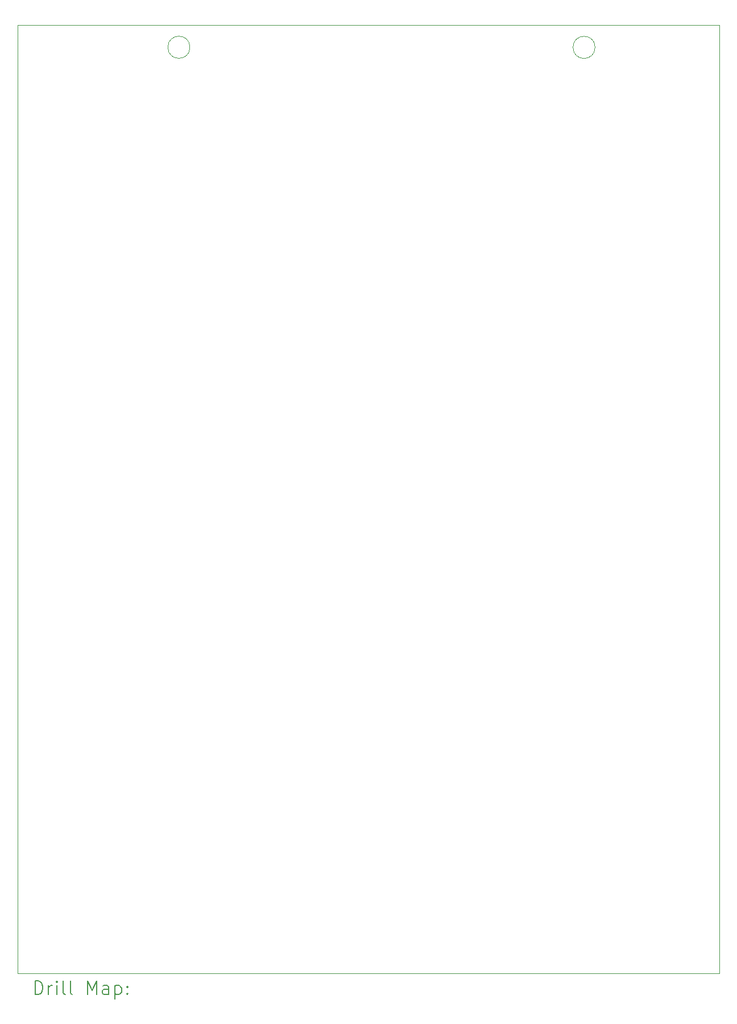
<source format=gbr>
%TF.GenerationSoftware,KiCad,Pcbnew,8.0.4*%
%TF.CreationDate,2024-09-09T17:53:17+02:00*%
%TF.ProjectId,LogicBoard 3GE,4c6f6769-6342-46f6-9172-64203347452e,rev?*%
%TF.SameCoordinates,Original*%
%TF.FileFunction,Drillmap*%
%TF.FilePolarity,Positive*%
%FSLAX45Y45*%
G04 Gerber Fmt 4.5, Leading zero omitted, Abs format (unit mm)*
G04 Created by KiCad (PCBNEW 8.0.4) date 2024-09-09 17:53:17*
%MOMM*%
%LPD*%
G01*
G04 APERTURE LIST*
%ADD10C,0.100000*%
%ADD11C,0.200000*%
G04 APERTURE END LIST*
D10*
X4755000Y-2720000D02*
X15199000Y-2720000D01*
X15199000Y-16827000D01*
X4755000Y-16827000D01*
X4755000Y-2720000D01*
X13348469Y-3055531D02*
G75*
G02*
X13019531Y-3055531I-164469J0D01*
G01*
X13019531Y-3055531D02*
G75*
G02*
X13348469Y-3055531I164469J0D01*
G01*
X7316469Y-3054531D02*
G75*
G02*
X6987531Y-3054531I-164469J0D01*
G01*
X6987531Y-3054531D02*
G75*
G02*
X7316469Y-3054531I164469J0D01*
G01*
D11*
X5010777Y-17143484D02*
X5010777Y-16943484D01*
X5010777Y-16943484D02*
X5058396Y-16943484D01*
X5058396Y-16943484D02*
X5086967Y-16953008D01*
X5086967Y-16953008D02*
X5106015Y-16972055D01*
X5106015Y-16972055D02*
X5115539Y-16991103D01*
X5115539Y-16991103D02*
X5125063Y-17029198D01*
X5125063Y-17029198D02*
X5125063Y-17057770D01*
X5125063Y-17057770D02*
X5115539Y-17095865D01*
X5115539Y-17095865D02*
X5106015Y-17114912D01*
X5106015Y-17114912D02*
X5086967Y-17133960D01*
X5086967Y-17133960D02*
X5058396Y-17143484D01*
X5058396Y-17143484D02*
X5010777Y-17143484D01*
X5210777Y-17143484D02*
X5210777Y-17010150D01*
X5210777Y-17048246D02*
X5220301Y-17029198D01*
X5220301Y-17029198D02*
X5229824Y-17019674D01*
X5229824Y-17019674D02*
X5248872Y-17010150D01*
X5248872Y-17010150D02*
X5267920Y-17010150D01*
X5334586Y-17143484D02*
X5334586Y-17010150D01*
X5334586Y-16943484D02*
X5325063Y-16953008D01*
X5325063Y-16953008D02*
X5334586Y-16962531D01*
X5334586Y-16962531D02*
X5344110Y-16953008D01*
X5344110Y-16953008D02*
X5334586Y-16943484D01*
X5334586Y-16943484D02*
X5334586Y-16962531D01*
X5458396Y-17143484D02*
X5439348Y-17133960D01*
X5439348Y-17133960D02*
X5429824Y-17114912D01*
X5429824Y-17114912D02*
X5429824Y-16943484D01*
X5563158Y-17143484D02*
X5544110Y-17133960D01*
X5544110Y-17133960D02*
X5534586Y-17114912D01*
X5534586Y-17114912D02*
X5534586Y-16943484D01*
X5791729Y-17143484D02*
X5791729Y-16943484D01*
X5791729Y-16943484D02*
X5858396Y-17086341D01*
X5858396Y-17086341D02*
X5925062Y-16943484D01*
X5925062Y-16943484D02*
X5925062Y-17143484D01*
X6106015Y-17143484D02*
X6106015Y-17038722D01*
X6106015Y-17038722D02*
X6096491Y-17019674D01*
X6096491Y-17019674D02*
X6077443Y-17010150D01*
X6077443Y-17010150D02*
X6039348Y-17010150D01*
X6039348Y-17010150D02*
X6020301Y-17019674D01*
X6106015Y-17133960D02*
X6086967Y-17143484D01*
X6086967Y-17143484D02*
X6039348Y-17143484D01*
X6039348Y-17143484D02*
X6020301Y-17133960D01*
X6020301Y-17133960D02*
X6010777Y-17114912D01*
X6010777Y-17114912D02*
X6010777Y-17095865D01*
X6010777Y-17095865D02*
X6020301Y-17076817D01*
X6020301Y-17076817D02*
X6039348Y-17067293D01*
X6039348Y-17067293D02*
X6086967Y-17067293D01*
X6086967Y-17067293D02*
X6106015Y-17057770D01*
X6201253Y-17010150D02*
X6201253Y-17210150D01*
X6201253Y-17019674D02*
X6220301Y-17010150D01*
X6220301Y-17010150D02*
X6258396Y-17010150D01*
X6258396Y-17010150D02*
X6277443Y-17019674D01*
X6277443Y-17019674D02*
X6286967Y-17029198D01*
X6286967Y-17029198D02*
X6296491Y-17048246D01*
X6296491Y-17048246D02*
X6296491Y-17105389D01*
X6296491Y-17105389D02*
X6286967Y-17124436D01*
X6286967Y-17124436D02*
X6277443Y-17133960D01*
X6277443Y-17133960D02*
X6258396Y-17143484D01*
X6258396Y-17143484D02*
X6220301Y-17143484D01*
X6220301Y-17143484D02*
X6201253Y-17133960D01*
X6382205Y-17124436D02*
X6391729Y-17133960D01*
X6391729Y-17133960D02*
X6382205Y-17143484D01*
X6382205Y-17143484D02*
X6372682Y-17133960D01*
X6372682Y-17133960D02*
X6382205Y-17124436D01*
X6382205Y-17124436D02*
X6382205Y-17143484D01*
X6382205Y-17019674D02*
X6391729Y-17029198D01*
X6391729Y-17029198D02*
X6382205Y-17038722D01*
X6382205Y-17038722D02*
X6372682Y-17029198D01*
X6372682Y-17029198D02*
X6382205Y-17019674D01*
X6382205Y-17019674D02*
X6382205Y-17038722D01*
M02*

</source>
